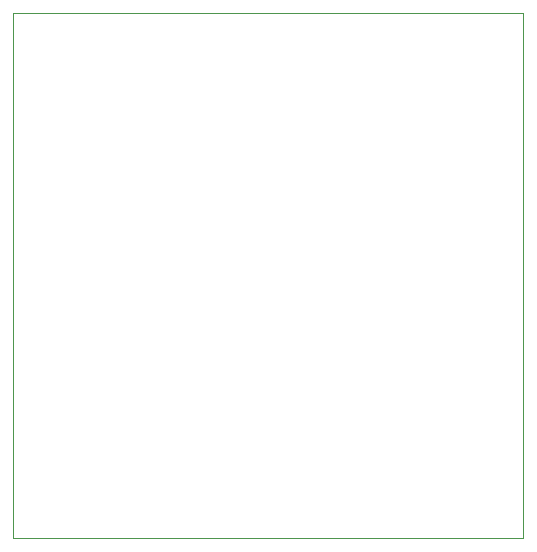
<source format=gbr>
%TF.GenerationSoftware,KiCad,Pcbnew,(7.0.0)*%
%TF.CreationDate,2023-11-18T15:32:54-05:00*%
%TF.ProjectId,ECE4760 Motor Driver,45434534-3736-4302-904d-6f746f722044,0*%
%TF.SameCoordinates,Original*%
%TF.FileFunction,Profile,NP*%
%FSLAX46Y46*%
G04 Gerber Fmt 4.6, Leading zero omitted, Abs format (unit mm)*
G04 Created by KiCad (PCBNEW (7.0.0)) date 2023-11-18 15:32:54*
%MOMM*%
%LPD*%
G01*
G04 APERTURE LIST*
%TA.AperFunction,Profile*%
%ADD10C,0.100000*%
%TD*%
G04 APERTURE END LIST*
D10*
X76200000Y-40640000D02*
X119380000Y-40640000D01*
X119380000Y-40640000D02*
X119380000Y-85090000D01*
X119380000Y-85090000D02*
X76200000Y-85090000D01*
X76200000Y-85090000D02*
X76200000Y-40640000D01*
M02*

</source>
